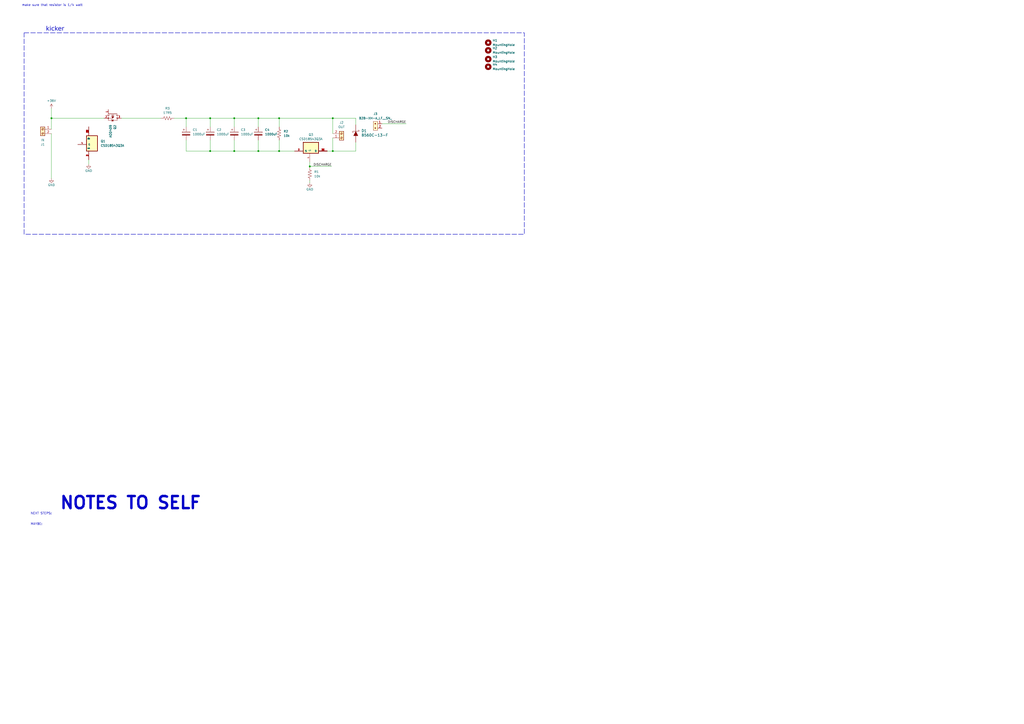
<source format=kicad_sch>
(kicad_sch (version 20230121) (generator eeschema)
  (paper "A2")
  (title_block (title "LINE 3.0 PCB") (date "2023-09-02") (rev "3.0") (company "Team Silverback"))
  (lib_symbols
    (symbol "AOD409:AOD409" (pin_names (offset 1.016))
      (property "Reference" "Q" (at -13.97 -1.27 0))
      (property "Value" "AOD409" (at -13.97 -3.81 0))
      (symbol "AOD409_0_0"
        (circle (center 0 -2.54) (radius 0.3592))
        (polyline (pts (xy -2.54 -2.54) (xy -2.54 2.54)) (stroke (width 0.254)))
        (polyline (pts (xy -1.778 -3.175) (xy -1.778 -2.54)) (stroke (width 0.254)))
        (polyline (pts (xy -1.778 -2.54) (xy -1.778 -1.905)) (stroke (width 0.254)))
        (polyline (pts (xy -1.778 -2.54) (xy 1.27 -2.54)) (stroke (width 0.1524)))
        (polyline (pts (xy -1.778 -0.762) (xy -1.778 0)) (stroke (width 0.254)))
        (polyline (pts (xy -1.778 0) (xy -1.778 0.762)) (stroke (width 0.254)))
        (polyline (pts (xy -1.778 0) (xy 0 0)) (stroke (width 0.1524)))
        (polyline (pts (xy -1.778 1.905) (xy -1.778 2.54)) (stroke (width 0.254)))
        (polyline (pts (xy -1.778 2.54) (xy -1.778 3.175)) (stroke (width 0.254)))
        (polyline (pts (xy 0 0) (xy 0 2.54)) (stroke (width 0.1524)))
        (polyline (pts (xy 0 2.54) (xy -1.778 2.54)) (stroke (width 0.1524)))
        (polyline (pts (xy 0 2.54) (xy 1.27 2.54)) (stroke (width 0.1524)))
        (polyline (pts (xy 0.508 0.762) (xy 0.762 0.508)) (stroke (width 0.1524)))
        (polyline (pts (xy 0.762 0.508) (xy 1.27 0.508)) (stroke (width 0.1524)))
        (polyline (pts (xy 1.27 -2.54) (xy 1.27 0.508)) (stroke (width 0.1524)))
        (polyline (pts (xy 1.27 0.508) (xy 1.27 2.54)) (stroke (width 0.1524)))
        (polyline (pts (xy 1.27 0.508) (xy 1.778 0.508)) (stroke (width 0.1524)))
        (polyline (pts (xy 1.778 0.508) (xy 2.032 0.254)) (stroke (width 0.1524)))
        (polyline (pts (xy 0 0) (xy -1.016 0.762) (xy -1.016 -0.762) (xy 0 0)) (stroke (width 0.1524)) (fill (type outline)))
        (polyline (pts (xy 1.27 0.508) (xy 1.778 -0.254) (xy 0.762 -0.254) (xy 1.27 0.508)) (stroke (width 0.1524)) (fill (type outline)))
        (circle (center 0 2.54) (radius 0.3592))
        (pin passive line (at -5.08 2.54 0) (length 2.54) (name "~") (number "1"))
        (pin passive line (at 0 5.08 270) (length 2.54) (name "~") (number "2"))
        (pin passive line (at 0 -5.08 90) (length 2.54) (name "~") (number "3"))
      )
    )
    (symbol "CSD18543Q3A:CSD18543Q3A" (pin_names (offset 1.016))
      (property "Reference" "Q" (at -10.16 6.35 0))
      (property "Value" "CSD18543Q3A" (at -10.16 -6.35 0))
      (symbol "CSD18543Q3A_0_0"
        (rectangle (start -12.7 5.08) (end -6.35 -3.81) (stroke (width 0.41)) (fill (type background)))
        (pin bidirectional line (at -11.43 -8.89 90) (length 5.08) (name "S") (number "1"))
        (pin bidirectional line (at -11.43 10.16 270) (length 5.08) (name "D") (number "10"))
        (pin bidirectional line (at -11.43 10.16 270) (length 5.08) (name "D") (number "11"))
        (pin bidirectional line (at -11.43 10.16 270) (length 5.08) (name "D") (number "12"))
        (pin bidirectional line (at -11.43 -8.89 90) (length 5.08) (name "S") (number "2"))
        (pin bidirectional line (at -11.43 -8.89 90) (length 5.08) (name "S") (number "3"))
        (pin bidirectional line (at -17.78 0 0) (length 5.08) (name "G") (number "4"))
        (pin bidirectional line (at -11.43 10.16 270) (length 5.08) (name "D") (number "5"))
        (pin bidirectional line (at -11.43 10.16 270) (length 5.08) (name "D") (number "6"))
        (pin bidirectional line (at -11.43 10.16 270) (length 5.08) (name "D") (number "7"))
        (pin bidirectional line (at -11.43 10.16 270) (length 5.08) (name "D") (number "8"))
        (pin bidirectional line (at -11.43 10.16 270) (length 5.08) (name "D") (number "9"))
      )
    )
    (symbol "Connector:Screw_Terminal_01x02" (pin_names (offset 1.016) hide)
      (property "Reference" "J" (at 0 2.54 0))
      (property "Value" "Screw_Terminal_01x02" (at 0 -5.08 0))
      (symbol "Screw_Terminal_01x02_1_1"
        (rectangle (start -1.27 1.27) (end 1.27 -3.81) (stroke (width 0.254)) (fill (type background)))
        (circle (center 0 -2.54) (radius 0.635) (stroke (width 0.1524)))
        (polyline (pts (xy -0.5334 -2.2098) (xy 0.3302 -3.048)) (stroke (width 0.1524)))
        (polyline (pts (xy -0.5334 0.3302) (xy 0.3302 -0.508)) (stroke (width 0.1524)))
        (polyline (pts (xy -0.3556 -2.032) (xy 0.508 -2.8702)) (stroke (width 0.1524)))
        (polyline (pts (xy -0.3556 0.508) (xy 0.508 -0.3302)) (stroke (width 0.1524)))
        (circle (center 0 0) (radius 0.635) (stroke (width 0.1524)))
        (pin passive line (at -5.08 0 0) (length 3.81) (name "Pin_1") (number "1"))
        (pin passive line (at -5.08 -2.54 0) (length 3.81) (name "Pin_2") (number "2"))
      )
    )
    (symbol "Device:C_Polarized" (pin_numbers hide) (pin_names (offset 0.254))
      (property "Reference" "C" (at 0.635 2.54 0))
      (property "Value" "C_Polarized" (at 0.635 -2.54 0))
      (symbol "C_Polarized_0_1"
        (rectangle (start -2.286 0.508) (end 2.286 1.016))
        (polyline (pts (xy -1.778 2.286) (xy -0.762 2.286)))
        (polyline (pts (xy -1.27 2.794) (xy -1.27 1.778)))
        (rectangle (start 2.286 -0.508) (end -2.286 -1.016) (fill (type outline)))
      )
      (symbol "C_Polarized_1_1"
        (pin passive line (at 0 3.81 270) (length 2.794) (name "~") (number "1"))
        (pin passive line (at 0 -3.81 90) (length 2.794) (name "~") (number "2"))
      )
    )
    (symbol "Device:R_US" (pin_numbers hide) (pin_names (offset 0))
      (property "Reference" "R" (at 2.54 0 90))
      (property "Value" "R_US" (at -2.54 0 90))
      (symbol "R_US_0_1"
        (polyline (pts (xy 0 -2.286) (xy 0 -2.54)))
        (polyline (pts (xy 0 2.286) (xy 0 2.54)))
        (polyline (pts (xy 0 -0.762) (xy 1.016 -1.143) (xy 0 -1.524) (xy -1.016 -1.905) (xy 0 -2.286)))
        (polyline (pts (xy 0 0.762) (xy 1.016 0.381) (xy 0 0) (xy -1.016 -0.381) (xy 0 -0.762)))
        (polyline (pts (xy 0 2.286) (xy 1.016 1.905) (xy 0 1.524) (xy -1.016 1.143) (xy 0 0.762)))
      )
      (symbol "R_US_1_1"
        (pin passive line (at 0 3.81 270) (length 1.27) (name "~") (number "1"))
        (pin passive line (at 0 -3.81 90) (length 1.27) (name "~") (number "2"))
      )
    )
    (symbol "Mechanical:MountingHole" (pin_names (offset 1.016))
      (property "Reference" "H" (at 0 5.08 0))
      (property "Value" "MountingHole" (at 0 3.175 0))
      (symbol "MountingHole_0_1"
        (circle (center 0 0) (radius 1.27) (stroke (width 1.27)))
      )
    )
    (symbol "dk_Diodes-Rectifiers-Single:B560C-13-F" (pin_numbers hide) (pin_names (offset 0) hide)
      (property "Reference" "D" (at 0 2.54 0))
      (property "Value" "B560C-13-F" (at 1.27 -3.81 0))
      (symbol "B560C-13-F_0_1"
        (polyline (pts (xy 1.27 1.27) (xy 1.27 -1.27)))
        (polyline (pts (xy -1.27 1.27) (xy -1.27 -1.27) (xy 1.27 0) (xy -1.27 1.27)) (fill (type outline)))
        (polyline (pts (xy 1.27 -1.27) (xy 1.27 -1.905) (xy 1.905 -1.905) (xy 1.905 -1.27)))
        (polyline (pts (xy 1.27 1.27) (xy 1.27 1.905) (xy 0.635 1.905) (xy 0.635 1.27)))
      )
      (symbol "B560C-13-F_1_1"
        (pin passive line (at -5.08 0 0) (length 3.81) (name "~") (number "A"))
        (pin passive line (at 5.08 0 180) (length 3.81) (name "~") (number "K"))
      )
    )
    (symbol "dk_Rectangular-Connectors-Headers-Male-Pins:B2B-XH-A_LF__SN_" (pin_names (offset 1.016))
      (property "Reference" "J" (at -2.54 -1.27 0))
      (property "Value" "B2B-XH-A_LF__SN_" (at 1.27 -3.81 0))
      (symbol "B2B-XH-A_LF__SN__1_1"
        (rectangle (start -1.27 0) (end 3.81 -2.54) (fill (type background)))
        (rectangle (start -0.254 -1.143) (end 0.254 -1.651) (fill (type outline)))
        (rectangle (start 2.286 -1.143) (end 2.794 -1.651) (fill (type outline)))
        (pin passive line (at 0 2.54 270) (length 2.54) (name "~") (number "1"))
        (pin passive line (at 2.54 2.54 270) (length 2.54) (name "~") (number "2"))
      )
    )
    (symbol "power:+36V" (power) (pin_names (offset 0))
      (property "Value" "+36V" (at 0 3.556 0))
      (symbol "+36V_0_1"
        (polyline (pts (xy -0.762 1.27) (xy 0 2.54)))
        (polyline (pts (xy 0 0) (xy 0 2.54)))
        (polyline (pts (xy 0 2.54) (xy 0.762 1.27)))
      )
      (symbol "+36V_1_1"
        (pin power_in line (at 0 0 90) (length 0) hide (name "+36V") (number "1"))
      )
    )
    (symbol "power:GND" (power) (pin_names (offset 0))
      (property "Value" "GND" (at 0 -3.81 0))
      (symbol "GND_0_1"
        (polyline (pts (xy 0 0) (xy 0 -1.27) (xy 1.27 -1.27) (xy 0 -2.54) (xy -1.27 -1.27) (xy 0 -1.27)))
      )
      (symbol "GND_1_1"
        (pin power_in line (at 0 0 270) (length 0) hide (name "GND") (number "1"))
      )
    )
  )
  (junction (at 107.95 68.58))
  (junction (at 29.845 68.58))
  (junction (at 149.86 68.58))
  (junction (at 193.04 87.63))
  (junction (at 121.92 87.63))
  (junction (at 135.89 87.63))
  (junction (at 121.92 68.58))
  (junction (at 149.86 87.63))
  (junction (at 161.925 87.63))
  (junction (at 135.89 68.58))
  (junction (at 193.04 68.58))
  (junction (at 179.705 96.52))
  (junction (at 161.925 68.58))
  (wire (pts (xy 135.89 68.58) (xy 149.86 68.58)))
  (wire (pts (xy 149.86 73.66) (xy 149.86 68.58)))
  (wire (pts (xy 149.86 87.63) (xy 161.925 87.63)))
  (wire (pts (xy 29.845 68.58) (xy 60.325 68.58)))
  (wire (pts (xy 161.925 81.28) (xy 161.925 87.63)))
  (wire (pts (xy 29.845 62.865) (xy 29.845 68.58)))
  (wire (pts (xy 107.95 81.28) (xy 107.95 87.63)))
  (wire (pts (xy 107.95 68.58) (xy 107.95 73.66)))
  (wire (pts (xy 51.435 95.25) (xy 51.435 92.71)))
  (wire (pts (xy 206.375 82.55) (xy 206.375 87.63)))
  (wire (pts (xy 179.705 97.155) (xy 179.705 96.52)))
  (wire (pts (xy 29.845 68.58) (xy 29.845 74.93)))
  (wire (pts (xy 193.04 68.58) (xy 206.375 68.58)))
  (wire (pts (xy 135.89 73.66) (xy 135.89 68.58)))
  (wire (pts (xy 193.04 87.63) (xy 206.375 87.63)))
  (wire (pts (xy 161.925 87.63) (xy 170.815 87.63)))
  (wire (pts (xy 107.95 68.58) (xy 121.92 68.58)))
  (wire (pts (xy 135.89 87.63) (xy 135.89 81.28)))
  (wire (pts (xy 121.92 73.66) (xy 121.92 68.58)))
  (wire (pts (xy 189.865 87.63) (xy 193.04 87.63)))
  (wire (pts (xy 149.86 68.58) (xy 161.925 68.58)))
  (wire (pts (xy 29.845 77.47) (xy 29.845 103.505)))
  (wire (pts (xy 161.925 68.58) (xy 193.04 68.58)))
  (wire (pts (xy 100.965 68.58) (xy 107.95 68.58)))
  (wire (pts (xy 121.92 68.58) (xy 135.89 68.58)))
  (wire (pts (xy 161.925 73.66) (xy 161.925 68.58)))
  (wire (pts (xy 149.86 87.63) (xy 149.86 81.28)))
  (wire (pts (xy 135.89 87.63) (xy 149.86 87.63)))
  (wire (pts (xy 179.705 96.52) (xy 192.405 96.52)))
  (wire (pts (xy 107.95 87.63) (xy 121.92 87.63)))
  (wire (pts (xy 70.485 68.58) (xy 93.345 68.58)))
  (wire (pts (xy 193.04 80.01) (xy 193.04 87.63)))
  (wire (pts (xy 179.705 93.98) (xy 179.705 96.52)))
  (wire (pts (xy 206.375 68.58) (xy 206.375 72.39)))
  (wire (pts (xy 193.04 68.58) (xy 193.04 77.47)))
  (wire (pts (xy 121.92 87.63) (xy 121.92 81.28)))
  (wire (pts (xy 235.585 71.755) (xy 221.615 71.755)))
  (wire (pts (xy 121.92 87.63) (xy 135.89 87.63)))
  (wire (pts (xy 179.705 106.045) (xy 179.705 104.775)))
  (rectangle (start 13.97 19.05) (end 304.165 135.89) (stroke (width 0.254) (type dash)))
  (text "NOTES TO SELF" (at 34.29 295.91 0) (effects (font (size 7 7) (thickness 1.4) bold) (justify left bottom)))
  (text "NEXT STEPS:\n\n\nMAYBE:\n" (at 17.78 304.8 0) (effects (font (size 1.27 1.27)) (justify left bottom)))
  (text "kicker" (at 26.67 19.05 0) (effects (font (size 2.54 2.54)) (justify left bottom)))
  (text "make sure that resistor is 1/4 watt" (at 12.7 3.81 0) (effects (font (size 1.27 1.27)) (justify left bottom)))
  (label "DISCHARGE" (at 192.405 96.52 180))
  (label "DISCHARGE" (at 235.585 71.755 180))
  (symbol (lib_id "Device:R_US") (at 97.155 68.58 270) (unit 1)
    (property "Reference" "R3" (at 97.155 62.865 90))
    (property "Value" "17R5" (at 97.155 65.405 90))
    (property "Footprint" "Resistor_SMD:R_0805_2012Metric" (effects hide))
  )
  (symbol (lib_id "Connector:Screw_Terminal_01x02") (at 198.12 80.01 0) (mirror x) (unit 1)
    (property "Reference" "J2" (at 198.12 71.12 0))
    (property "Value" "OUT" (at 198.12 73.66 0))
    (property "Footprint" "TerminalBlock_Phoenix:TerminalBlock_Phoenix_MKDS-1,5-2-5.08_1x02_P5.08mm_Horizontal" (effects hide))
  )
  (symbol (lib_id "dk_Rectangular-Connectors-Headers-Male-Pins:B2B-XH-A_LF__SN_") (at 219.075 71.755 270) (unit 1)
    (property "Reference" "J3" (at 217.805 66.04 90))
    (property "Value" "B2B-XH-A_LF__SN_" (at 217.805 68.58 90))
    (property "Footprint" "digikey-footprints:PinHeader_1x2_P2.5mm_Drill1.1mm" (effects hide))
    (property "Datasheet" "http://www.jst-mfg.com/product/pdf/eng/eXH.pdf" (effects hide))
    (property "Digi-Key_PN" "455-2247-ND" (effects hide))
    (property "MPN" "B2B-XH-A(LF)(SN)" (effects hide))
    (property "Category" "Connectors, Interconnects" (effects hide))
    (property "Family" "Rectangular Connectors - Headers, Male Pins" (effects hide))
    (property "DK_Datasheet_Link" "http://www.jst-mfg.com/product/pdf/eng/eXH.pdf" (effects hide))
    (property "DK_Detail_Page" "/product-detail/en/jst-sales-america-inc/B2B-XH-A(LF)(SN)/455-2247-ND/1651045" (effects hide))
    (property "Description" "CONN HEADER VERT 2POS 2.5MM" (effects hide))
    (property "Manufacturer" "JST Sales America Inc." (effects hide))
    (property "Status" "Active" (effects hide))
  )
  (symbol (lib_id "CSD18543Q3A:CSD18543Q3A") (at 62.865 83.82 0) (unit 1)
    (property "Reference" "Q1" (at 58.42 81.915 0) (effects (justify left)))
    (property "Value" "CSD18543Q3A" (at 58.42 84.455 0) (effects (justify left)))
    (property "Footprint" "CSD18543Q3A:TRANS_CSD18543Q3A" (effects hide))
    (property "MF" "Texas Instruments" (effects hide))
    (property "Description" "\n60-V, N channel NexFET™ power MOSFET, single SON 3 mm x 3 mm, 9.9 mOhm\n" (effects hide))
    (property "Package" "VSONP-8 Texas Instruments" (effects hide))
    (property "Price" "None" (effects hide))
    (property "SnapEDA_Link" "https://www.snapeda.com/parts/CSD18543Q3A/Texas+Instruments/view-part/?ref=snap" (effects hide))
    (property "MP" "CSD18543Q3A" (effects hide))
    (property "Purchase-URL" "https://www.snapeda.com/api/url_track_click_mouser/?unipart_id=584481&manufacturer=Texas Instruments&part_name=CSD18543Q3A&search_term=csd18543q3a" (effects hide))
    (property "Availability" "In Stock" (effects hide))
    (property "Check_prices" "https://www.snapeda.com/parts/CSD18543Q3A/Texas+Instruments/view-part/?ref=eda" (effects hide))
  )
  (symbol (lib_id "Device:R_US") (at 161.925 77.47 0) (unit 1)
    (property "Reference" "R2" (at 164.465 76.2 0) (effects (justify left)))
    (property "Value" "10k" (at 164.465 78.74 0) (effects (justify left)))
    (property "Footprint" "Resistor_SMD:R_0805_2012Metric" (effects hide))
  )
  (symbol (lib_id "Mechanical:MountingHole") (at 283.21 34.29 0) (unit 1)
    (property "Reference" "H3" (at 285.75 33.02 0) (effects (justify left)))
    (property "Value" "MountingHole" (at 285.75 35.56 0) (effects (justify left)))
    (property "Footprint" "MountingHole:MountingHole_3.2mm_M3" (effects hide))
  )
  (symbol (lib_id "dk_Diodes-Rectifiers-Single:B560C-13-F") (at 206.375 77.47 90) (unit 1)
    (property "Reference" "D1" (at 209.55 75.8825 90) (effects (font (size 1.524 1.524)) (justify right)))
    (property "Value" "B560C-13-F" (at 209.55 78.4225 90) (effects (font (size 1.524 1.524)) (justify right)))
    (property "Footprint" "digikey-footprints:DO-214AB" (effects hide))
    (property "Datasheet" "https://www.diodes.com/assets/Datasheets/ds13012.pdf" (effects hide))
    (property "Digi-Key_PN" "B560C-FDICT-ND" (effects hide))
    (property "MPN" "B560C-13-F" (effects hide))
    (property "Category" "Discrete Semiconductor Products" (effects hide))
    (property "Family" "Diodes - Rectifiers - Single" (effects hide))
    (property "DK_Datasheet_Link" "https://www.diodes.com/assets/Datasheets/ds13012.pdf" (effects hide))
    (property "DK_Detail_Page" "/product-detail/en/diodes-incorporated/B560C-13-F/B560C-FDICT-ND/768816" (effects hide))
    (property "Description" "DIODE SCHOTTKY 60V 5A SMC" (effects hide))
    (property "Manufacturer" "Diodes Incorporated" (effects hide))
    (property "Status" "Active" (effects hide))
  )
  (symbol (lib_id "Device:R_US") (at 179.705 100.965 0) (unit 1)
    (property "Reference" "R1" (at 182.245 99.695 0) (effects (justify left)))
    (property "Value" "10k" (at 182.245 102.235 0) (effects (justify left)))
    (property "Footprint" "Resistor_SMD:R_0805_2012Metric" (effects hide))
  )
  (symbol (lib_id "Mechanical:MountingHole") (at 283.21 24.765 0) (unit 1)
    (property "Reference" "H1" (at 285.75 23.495 0) (effects (justify left)))
    (property "Value" "MountingHole" (at 285.75 26.035 0) (effects (justify left)))
    (property "Footprint" "MountingHole:MountingHole_3.2mm_M3" (effects hide))
  )
  (symbol (lib_id "power:GND") (at 51.435 95.25 0) (unit 1)
    (property "Reference" "#PWR04" (effects hide))
    (property "Value" "GND" (at 51.435 99.06 0))
  )
  (symbol (lib_id "Device:C_Polarized") (at 135.89 77.47 0) (unit 1)
    (property "Reference" "C3" (at 139.7 75.311 0) (effects (justify left)))
    (property "Value" "1000uF" (at 139.7 77.851 0) (effects (justify left)))
    (property "Footprint" "Capacitor_THT:CP_Radial_D10.0mm_P5.00mm" (effects hide))
  )
  (symbol (lib_id "Device:C_Polarized") (at 149.86 77.47 0) (unit 1)
    (property "Reference" "C4" (at 153.67 75.311 0) (effects (justify left)))
    (property "Value" "1000uF" (at 153.67 77.851 0) (effects (justify left)))
    (property "Footprint" "Capacitor_THT:CP_Radial_D10.0mm_P5.00mm" (effects hide))
  )
  (symbol (lib_id "power:GND") (at 179.705 106.045 0) (unit 1)
    (property "Reference" "#PWR03" (effects hide))
    (property "Value" "GND" (at 179.705 109.855 0))
  )
  (symbol (lib_id "Connector:Screw_Terminal_01x02") (at 24.765 74.93 0) (mirror y) (unit 1)
    (property "Reference" "J1" (at 24.765 83.82 0))
    (property "Value" "IN" (at 24.765 81.28 0))
    (property "Footprint" "TerminalBlock_Phoenix:TerminalBlock_Phoenix_MKDS-1,5-2-5.08_1x02_P5.08mm_Horizontal" (effects hide))
  )
  (symbol (lib_id "CSD18543Q3A:CSD18543Q3A") (at 179.705 76.2 270) (mirror x) (unit 1)
    (property "Reference" "Q3" (at 180.34 78.105 90))
    (property "Value" "CSD18543Q3A" (at 180.34 80.645 90))
    (property "Footprint" "CSD18543Q3A:TRANS_CSD18543Q3A" (effects hide))
    (property "MF" "Texas Instruments" (effects hide))
    (property "Description" "\n60-V, N channel NexFET™ power MOSFET, single SON 3 mm x 3 mm, 9.9 mOhm\n" (effects hide))
    (property "Package" "VSONP-8 Texas Instruments" (effects hide))
    (property "Price" "None" (effects hide))
    (property "SnapEDA_Link" "https://www.snapeda.com/parts/CSD18543Q3A/Texas+Instruments/view-part/?ref=snap" (effects hide))
    (property "MP" "CSD18543Q3A" (effects hide))
    (property "Purchase-URL" "https://www.snapeda.com/api/url_track_click_mouser/?unipart_id=584481&manufacturer=Texas Instruments&part_name=CSD18543Q3A&search_term=csd18543q3a" (effects hide))
    (property "Availability" "In Stock" (effects hide))
    (property "Check_prices" "https://www.snapeda.com/parts/CSD18543Q3A/Texas+Instruments/view-part/?ref=eda" (effects hide))
  )
  (symbol (lib_id "Mechanical:MountingHole") (at 283.21 38.735 0) (unit 1)
    (property "Reference" "H4" (at 285.75 37.465 0) (effects (justify left)))
    (property "Value" "MountingHole" (at 285.75 40.005 0) (effects (justify left)))
    (property "Footprint" "MountingHole:MountingHole_3.2mm_M3" (effects hide))
  )
  (symbol (lib_id "power:+36V") (at 29.845 62.865 0) (unit 1)
    (property "Reference" "#PWR01" (effects hide))
    (property "Value" "+36V" (at 29.845 58.42 0))
  )
  (symbol (lib_id "Device:C_Polarized") (at 107.95 77.47 0) (unit 1)
    (property "Reference" "C1" (at 111.76 75.311 0) (effects (justify left)))
    (property "Value" "1000uF" (at 111.76 77.851 0) (effects (justify left)))
    (property "Footprint" "Capacitor_THT:CP_Radial_D10.0mm_P5.00mm" (effects hide))
  )
  (symbol (lib_id "Device:C_Polarized") (at 121.92 77.47 0) (unit 1)
    (property "Reference" "C2" (at 125.73 75.311 0) (effects (justify left)))
    (property "Value" "1000uF" (at 125.73 77.851 0) (effects (justify left)))
    (property "Footprint" "Capacitor_THT:CP_Radial_D10.0mm_P5.00mm" (effects hide))
  )
  (symbol (lib_id "Mechanical:MountingHole") (at 283.21 29.21 0) (unit 1)
    (property "Reference" "H2" (at 285.75 27.94 0) (effects (justify left)))
    (property "Value" "MountingHole" (at 285.75 30.48 0) (effects (justify left)))
    (property "Footprint" "MountingHole:MountingHole_3.2mm_M3" (effects hide))
  )
  (symbol (lib_id "AOD409:AOD409") (at 65.405 68.58 90) (mirror x) (unit 1)
    (property "Reference" "Q2" (at 66.675 72.39 0) (effects (justify left)))
    (property "Value" "AOD409" (at 64.135 72.39 0) (effects (justify left)))
    (property "Footprint" "AOD409:TO252" (effects hide))
    (property "MF" "Alpha &" (effects hide))
    (property "Description" "\nP-Channel 60V 26A (Tc) 2.5W (Ta), 60W (Tc) Surface Mount TO-252, (D-Pak)\n" (effects hide))
    (property "Package" "TO-252 Alpha &amp; Omega Semiconductor" (effects hide))
    (property "Price" "None" (effects hide))
    (property "SnapEDA_Link" "https://www.snapeda.com/parts/AOD409/Alpha+%2526+Omega+Semiconductor+Inc./view-part/?ref=snap" (effects hide))
    (property "MP" "AOD409" (effects hide))
    (property "Purchase-URL" "https://www.snapeda.com/api/url_track_click_mouser/?unipart_id=554087&manufacturer=Alpha &amp;&part_name=AOD409&search_term=aod409" (effects hide))
    (property "Availability" "In Stock" (effects hide))
    (property "Check_prices" "https://www.snapeda.com/parts/AOD409/Alpha+%2526+Omega+Semiconductor+Inc./view-part/?ref=eda" (effects hide))
  )
  (symbol (lib_id "power:GND") (at 29.845 103.505 0) (unit 1)
    (property "Reference" "#PWR02" (effects hide))
    (property "Value" "GND" (at 29.845 107.315 0))
  )
)
</source>
